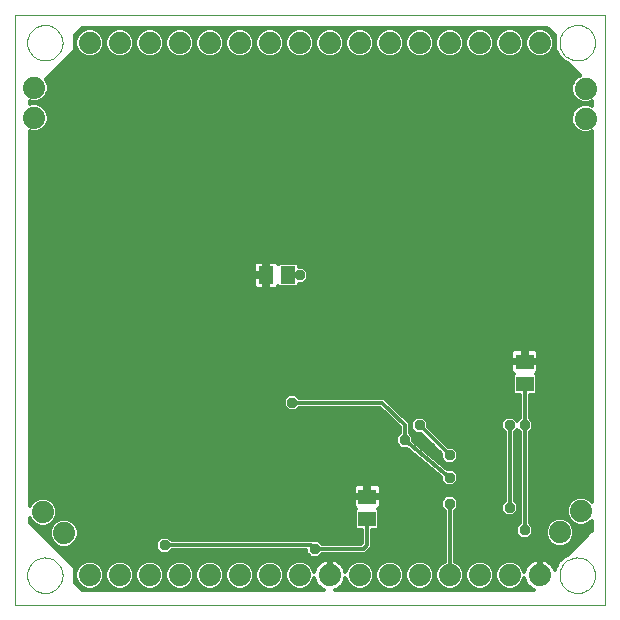
<source format=gbl>
G75*
%MOIN*%
%OFA0B0*%
%FSLAX24Y24*%
%IPPOS*%
%LPD*%
%AMOC8*
5,1,8,0,0,1.08239X$1,22.5*
%
%ADD10C,0.0000*%
%ADD11C,0.0740*%
%ADD12R,0.0591X0.0512*%
%ADD13R,0.0512X0.0591*%
%ADD14OC8,0.0356*%
%ADD15C,0.0120*%
%ADD16C,0.0100*%
D10*
X000100Y000100D02*
X000100Y019785D01*
X019785Y019785D01*
X019785Y000100D01*
X000100Y000100D01*
X000509Y001100D02*
X000511Y001148D01*
X000517Y001196D01*
X000527Y001243D01*
X000540Y001289D01*
X000558Y001334D01*
X000578Y001378D01*
X000603Y001420D01*
X000631Y001459D01*
X000661Y001496D01*
X000695Y001530D01*
X000732Y001562D01*
X000770Y001591D01*
X000811Y001616D01*
X000854Y001638D01*
X000899Y001656D01*
X000945Y001670D01*
X000992Y001681D01*
X001040Y001688D01*
X001088Y001691D01*
X001136Y001690D01*
X001184Y001685D01*
X001232Y001676D01*
X001278Y001664D01*
X001323Y001647D01*
X001367Y001627D01*
X001409Y001604D01*
X001449Y001577D01*
X001487Y001547D01*
X001522Y001514D01*
X001554Y001478D01*
X001584Y001440D01*
X001610Y001399D01*
X001632Y001356D01*
X001652Y001312D01*
X001667Y001267D01*
X001679Y001220D01*
X001687Y001172D01*
X001691Y001124D01*
X001691Y001076D01*
X001687Y001028D01*
X001679Y000980D01*
X001667Y000933D01*
X001652Y000888D01*
X001632Y000844D01*
X001610Y000801D01*
X001584Y000760D01*
X001554Y000722D01*
X001522Y000686D01*
X001487Y000653D01*
X001449Y000623D01*
X001409Y000596D01*
X001367Y000573D01*
X001323Y000553D01*
X001278Y000536D01*
X001232Y000524D01*
X001184Y000515D01*
X001136Y000510D01*
X001088Y000509D01*
X001040Y000512D01*
X000992Y000519D01*
X000945Y000530D01*
X000899Y000544D01*
X000854Y000562D01*
X000811Y000584D01*
X000770Y000609D01*
X000732Y000638D01*
X000695Y000670D01*
X000661Y000704D01*
X000631Y000741D01*
X000603Y000780D01*
X000578Y000822D01*
X000558Y000866D01*
X000540Y000911D01*
X000527Y000957D01*
X000517Y001004D01*
X000511Y001052D01*
X000509Y001100D01*
X000509Y018850D02*
X000511Y018898D01*
X000517Y018946D01*
X000527Y018993D01*
X000540Y019039D01*
X000558Y019084D01*
X000578Y019128D01*
X000603Y019170D01*
X000631Y019209D01*
X000661Y019246D01*
X000695Y019280D01*
X000732Y019312D01*
X000770Y019341D01*
X000811Y019366D01*
X000854Y019388D01*
X000899Y019406D01*
X000945Y019420D01*
X000992Y019431D01*
X001040Y019438D01*
X001088Y019441D01*
X001136Y019440D01*
X001184Y019435D01*
X001232Y019426D01*
X001278Y019414D01*
X001323Y019397D01*
X001367Y019377D01*
X001409Y019354D01*
X001449Y019327D01*
X001487Y019297D01*
X001522Y019264D01*
X001554Y019228D01*
X001584Y019190D01*
X001610Y019149D01*
X001632Y019106D01*
X001652Y019062D01*
X001667Y019017D01*
X001679Y018970D01*
X001687Y018922D01*
X001691Y018874D01*
X001691Y018826D01*
X001687Y018778D01*
X001679Y018730D01*
X001667Y018683D01*
X001652Y018638D01*
X001632Y018594D01*
X001610Y018551D01*
X001584Y018510D01*
X001554Y018472D01*
X001522Y018436D01*
X001487Y018403D01*
X001449Y018373D01*
X001409Y018346D01*
X001367Y018323D01*
X001323Y018303D01*
X001278Y018286D01*
X001232Y018274D01*
X001184Y018265D01*
X001136Y018260D01*
X001088Y018259D01*
X001040Y018262D01*
X000992Y018269D01*
X000945Y018280D01*
X000899Y018294D01*
X000854Y018312D01*
X000811Y018334D01*
X000770Y018359D01*
X000732Y018388D01*
X000695Y018420D01*
X000661Y018454D01*
X000631Y018491D01*
X000603Y018530D01*
X000578Y018572D01*
X000558Y018616D01*
X000540Y018661D01*
X000527Y018707D01*
X000517Y018754D01*
X000511Y018802D01*
X000509Y018850D01*
X018259Y018850D02*
X018261Y018898D01*
X018267Y018946D01*
X018277Y018993D01*
X018290Y019039D01*
X018308Y019084D01*
X018328Y019128D01*
X018353Y019170D01*
X018381Y019209D01*
X018411Y019246D01*
X018445Y019280D01*
X018482Y019312D01*
X018520Y019341D01*
X018561Y019366D01*
X018604Y019388D01*
X018649Y019406D01*
X018695Y019420D01*
X018742Y019431D01*
X018790Y019438D01*
X018838Y019441D01*
X018886Y019440D01*
X018934Y019435D01*
X018982Y019426D01*
X019028Y019414D01*
X019073Y019397D01*
X019117Y019377D01*
X019159Y019354D01*
X019199Y019327D01*
X019237Y019297D01*
X019272Y019264D01*
X019304Y019228D01*
X019334Y019190D01*
X019360Y019149D01*
X019382Y019106D01*
X019402Y019062D01*
X019417Y019017D01*
X019429Y018970D01*
X019437Y018922D01*
X019441Y018874D01*
X019441Y018826D01*
X019437Y018778D01*
X019429Y018730D01*
X019417Y018683D01*
X019402Y018638D01*
X019382Y018594D01*
X019360Y018551D01*
X019334Y018510D01*
X019304Y018472D01*
X019272Y018436D01*
X019237Y018403D01*
X019199Y018373D01*
X019159Y018346D01*
X019117Y018323D01*
X019073Y018303D01*
X019028Y018286D01*
X018982Y018274D01*
X018934Y018265D01*
X018886Y018260D01*
X018838Y018259D01*
X018790Y018262D01*
X018742Y018269D01*
X018695Y018280D01*
X018649Y018294D01*
X018604Y018312D01*
X018561Y018334D01*
X018520Y018359D01*
X018482Y018388D01*
X018445Y018420D01*
X018411Y018454D01*
X018381Y018491D01*
X018353Y018530D01*
X018328Y018572D01*
X018308Y018616D01*
X018290Y018661D01*
X018277Y018707D01*
X018267Y018754D01*
X018261Y018802D01*
X018259Y018850D01*
X018259Y001100D02*
X018261Y001148D01*
X018267Y001196D01*
X018277Y001243D01*
X018290Y001289D01*
X018308Y001334D01*
X018328Y001378D01*
X018353Y001420D01*
X018381Y001459D01*
X018411Y001496D01*
X018445Y001530D01*
X018482Y001562D01*
X018520Y001591D01*
X018561Y001616D01*
X018604Y001638D01*
X018649Y001656D01*
X018695Y001670D01*
X018742Y001681D01*
X018790Y001688D01*
X018838Y001691D01*
X018886Y001690D01*
X018934Y001685D01*
X018982Y001676D01*
X019028Y001664D01*
X019073Y001647D01*
X019117Y001627D01*
X019159Y001604D01*
X019199Y001577D01*
X019237Y001547D01*
X019272Y001514D01*
X019304Y001478D01*
X019334Y001440D01*
X019360Y001399D01*
X019382Y001356D01*
X019402Y001312D01*
X019417Y001267D01*
X019429Y001220D01*
X019437Y001172D01*
X019441Y001124D01*
X019441Y001076D01*
X019437Y001028D01*
X019429Y000980D01*
X019417Y000933D01*
X019402Y000888D01*
X019382Y000844D01*
X019360Y000801D01*
X019334Y000760D01*
X019304Y000722D01*
X019272Y000686D01*
X019237Y000653D01*
X019199Y000623D01*
X019159Y000596D01*
X019117Y000573D01*
X019073Y000553D01*
X019028Y000536D01*
X018982Y000524D01*
X018934Y000515D01*
X018886Y000510D01*
X018838Y000509D01*
X018790Y000512D01*
X018742Y000519D01*
X018695Y000530D01*
X018649Y000544D01*
X018604Y000562D01*
X018561Y000584D01*
X018520Y000609D01*
X018482Y000638D01*
X018445Y000670D01*
X018411Y000704D01*
X018381Y000741D01*
X018353Y000780D01*
X018328Y000822D01*
X018308Y000866D01*
X018290Y000911D01*
X018277Y000957D01*
X018267Y001004D01*
X018261Y001052D01*
X018259Y001100D01*
D11*
X017600Y001100D03*
X016600Y001100D03*
X015600Y001100D03*
X014600Y001100D03*
X013600Y001100D03*
X012600Y001100D03*
X011600Y001100D03*
X010600Y001100D03*
X009600Y001100D03*
X008600Y001100D03*
X007600Y001100D03*
X006600Y001100D03*
X005600Y001100D03*
X004600Y001100D03*
X003600Y001100D03*
X002600Y001100D03*
X001746Y002496D03*
X001039Y003204D03*
X000746Y016350D03*
X000746Y017350D03*
X002600Y018850D03*
X003600Y018850D03*
X004600Y018850D03*
X005600Y018850D03*
X006600Y018850D03*
X007600Y018850D03*
X008600Y018850D03*
X009600Y018850D03*
X010600Y018850D03*
X011600Y018850D03*
X012600Y018850D03*
X013600Y018850D03*
X014600Y018850D03*
X015600Y018850D03*
X016600Y018850D03*
X017600Y018850D03*
X019130Y017320D03*
X019130Y016320D03*
X018984Y003234D03*
X018277Y002527D03*
D12*
X017100Y007476D03*
X017100Y008224D03*
X011850Y003724D03*
X011850Y002976D03*
D13*
X009224Y011100D03*
X008476Y011100D03*
D14*
X009600Y011100D03*
X010475Y011350D03*
X009350Y006850D03*
X013100Y005600D03*
X013225Y004975D03*
X013600Y006100D03*
X014600Y005100D03*
X014600Y004350D03*
X014600Y003475D03*
X016600Y003350D03*
X017100Y002600D03*
X018600Y004850D03*
X017100Y006100D03*
X016600Y006100D03*
X010100Y001975D03*
X005100Y002100D03*
X003100Y005475D03*
X004725Y007100D03*
X002350Y015600D03*
D15*
X002600Y015600D01*
X001211Y016216D02*
X018654Y016216D01*
X018650Y016224D02*
X018723Y016048D01*
X018858Y015913D01*
X019035Y015840D01*
X019226Y015840D01*
X019350Y015891D01*
X019350Y003547D01*
X019256Y003641D01*
X019079Y003714D01*
X018888Y003714D01*
X018712Y003641D01*
X018577Y003506D01*
X018504Y003329D01*
X018504Y003138D01*
X018577Y002962D01*
X018712Y002827D01*
X018888Y002754D01*
X019079Y002754D01*
X019256Y002827D01*
X019350Y002921D01*
X019350Y002600D01*
X018530Y001780D01*
X018425Y001736D01*
X018214Y001525D01*
X018170Y001420D01*
X018100Y001350D01*
X018100Y001276D01*
X018091Y001303D01*
X018053Y001378D01*
X018004Y001445D01*
X017945Y001504D01*
X017878Y001553D01*
X017803Y001591D01*
X017724Y001617D01*
X017642Y001630D01*
X017640Y001630D01*
X017640Y001140D01*
X017560Y001140D01*
X017560Y001630D01*
X017558Y001630D01*
X017476Y001617D01*
X017397Y001591D01*
X017322Y001553D01*
X017255Y001504D01*
X017196Y001445D01*
X017147Y001378D01*
X017109Y001303D01*
X017083Y001224D01*
X017079Y001198D01*
X017007Y001372D01*
X016872Y001507D01*
X016695Y001580D01*
X016505Y001580D01*
X016328Y001507D01*
X016193Y001372D01*
X016120Y001195D01*
X016120Y001005D01*
X016193Y000828D01*
X016328Y000693D01*
X016505Y000620D01*
X016695Y000620D01*
X016872Y000693D01*
X017007Y000828D01*
X017079Y001002D01*
X017083Y000976D01*
X017109Y000897D01*
X017147Y000822D01*
X017196Y000755D01*
X017255Y000696D01*
X017322Y000647D01*
X017397Y000609D01*
X017424Y000600D01*
X010776Y000600D01*
X010803Y000609D01*
X010878Y000647D01*
X010945Y000696D01*
X011004Y000755D01*
X011053Y000822D01*
X011091Y000897D01*
X011117Y000976D01*
X011121Y001002D01*
X011193Y000828D01*
X011328Y000693D01*
X011505Y000620D01*
X011695Y000620D01*
X011872Y000693D01*
X012007Y000828D01*
X012080Y001005D01*
X012080Y001195D01*
X012007Y001372D01*
X011872Y001507D01*
X011695Y001580D01*
X011505Y001580D01*
X011328Y001507D01*
X011193Y001372D01*
X011121Y001198D01*
X011117Y001224D01*
X011091Y001303D01*
X011053Y001378D01*
X011004Y001445D01*
X010945Y001504D01*
X010878Y001553D01*
X010803Y001591D01*
X010724Y001617D01*
X010642Y001630D01*
X010640Y001630D01*
X010640Y001140D01*
X010560Y001140D01*
X010560Y001630D01*
X010558Y001630D01*
X010476Y001617D01*
X010397Y001591D01*
X010322Y001553D01*
X010255Y001504D01*
X010196Y001445D01*
X010147Y001378D01*
X010109Y001303D01*
X010083Y001224D01*
X010079Y001198D01*
X010007Y001372D01*
X009872Y001507D01*
X009695Y001580D01*
X009505Y001580D01*
X009328Y001507D01*
X009193Y001372D01*
X009120Y001195D01*
X009120Y001005D01*
X009193Y000828D01*
X009328Y000693D01*
X009505Y000620D01*
X009695Y000620D01*
X009872Y000693D01*
X010007Y000828D01*
X010079Y001002D01*
X010083Y000976D01*
X010109Y000897D01*
X010147Y000822D01*
X010196Y000755D01*
X010255Y000696D01*
X010322Y000647D01*
X010397Y000609D01*
X010424Y000600D01*
X002350Y000600D01*
X002100Y000850D01*
X002100Y001350D01*
X000600Y002850D01*
X000600Y003010D01*
X000632Y002932D01*
X000767Y002797D01*
X000944Y002724D01*
X001135Y002724D01*
X001311Y002797D01*
X001446Y002932D01*
X001519Y003108D01*
X001519Y003299D01*
X001446Y003475D01*
X001311Y003610D01*
X001135Y003684D01*
X000944Y003684D01*
X000767Y003610D01*
X000632Y003475D01*
X000600Y003397D01*
X000600Y015891D01*
X000651Y015870D01*
X000842Y015870D01*
X001018Y015943D01*
X001153Y016078D01*
X001226Y016255D01*
X001226Y016445D01*
X001153Y016622D01*
X001018Y016757D01*
X000842Y016830D01*
X000651Y016830D01*
X000600Y016809D01*
X000600Y016891D01*
X000651Y016870D01*
X000842Y016870D01*
X001018Y016943D01*
X001153Y017078D01*
X001226Y017255D01*
X001226Y017445D01*
X001153Y017622D01*
X001138Y017638D01*
X018770Y017638D01*
X018723Y017592D02*
X018650Y017415D01*
X018650Y017224D01*
X018723Y017048D01*
X018858Y016913D01*
X019035Y016840D01*
X019226Y016840D01*
X019350Y016891D01*
X019350Y016748D01*
X019226Y016800D01*
X019035Y016800D01*
X018858Y016727D01*
X018723Y016592D01*
X018650Y016415D01*
X018650Y016224D01*
X018650Y016335D02*
X001226Y016335D01*
X001223Y016453D02*
X018666Y016453D01*
X018715Y016572D02*
X001174Y016572D01*
X001085Y016690D02*
X018822Y016690D01*
X018844Y016927D02*
X000980Y016927D01*
X000894Y016809D02*
X019350Y016809D01*
X018726Y017046D02*
X001121Y017046D01*
X001189Y017164D02*
X018675Y017164D01*
X018650Y017283D02*
X001226Y017283D01*
X001226Y017401D02*
X018650Y017401D01*
X018694Y017520D02*
X001196Y017520D01*
X001138Y017638D02*
X002100Y018600D01*
X002100Y019100D01*
X002350Y019350D01*
X017850Y019350D01*
X018100Y019100D01*
X018100Y019001D01*
X018099Y018999D01*
X018099Y018701D01*
X018100Y018699D01*
X018100Y018600D01*
X018170Y018530D01*
X018214Y018425D01*
X018425Y018214D01*
X018530Y018170D01*
X018940Y017760D01*
X018858Y017727D01*
X018723Y017592D01*
X018931Y017757D02*
X001257Y017757D01*
X001375Y017875D02*
X018825Y017875D01*
X018706Y017994D02*
X001494Y017994D01*
X001612Y018112D02*
X018588Y018112D01*
X018408Y018231D02*
X001731Y018231D01*
X001849Y018349D02*
X018290Y018349D01*
X018196Y018468D02*
X017896Y018468D01*
X017872Y018443D02*
X018007Y018578D01*
X018080Y018755D01*
X018080Y018945D01*
X018007Y019122D01*
X017872Y019257D01*
X017695Y019330D01*
X017505Y019330D01*
X017328Y019257D01*
X017193Y019122D01*
X017120Y018945D01*
X017120Y018755D01*
X017193Y018578D01*
X017328Y018443D01*
X017505Y018370D01*
X017695Y018370D01*
X017872Y018443D01*
X018010Y018586D02*
X018114Y018586D01*
X018099Y018705D02*
X018059Y018705D01*
X018080Y018823D02*
X018099Y018823D01*
X018099Y018942D02*
X018080Y018942D01*
X018100Y019060D02*
X018033Y019060D01*
X018021Y019179D02*
X017950Y019179D01*
X017903Y019297D02*
X017775Y019297D01*
X017425Y019297D02*
X016775Y019297D01*
X016695Y019330D02*
X016872Y019257D01*
X017007Y019122D01*
X017080Y018945D01*
X017080Y018755D01*
X017007Y018578D01*
X016872Y018443D01*
X016695Y018370D01*
X016505Y018370D01*
X016328Y018443D01*
X016193Y018578D01*
X016120Y018755D01*
X016120Y018945D01*
X016193Y019122D01*
X016328Y019257D01*
X016505Y019330D01*
X016695Y019330D01*
X016425Y019297D02*
X015775Y019297D01*
X015695Y019330D02*
X015872Y019257D01*
X016007Y019122D01*
X016080Y018945D01*
X016080Y018755D01*
X016007Y018578D01*
X015872Y018443D01*
X015695Y018370D01*
X015505Y018370D01*
X015328Y018443D01*
X015193Y018578D01*
X015120Y018755D01*
X015120Y018945D01*
X015193Y019122D01*
X015328Y019257D01*
X015505Y019330D01*
X015695Y019330D01*
X015425Y019297D02*
X014775Y019297D01*
X014695Y019330D02*
X014872Y019257D01*
X015007Y019122D01*
X015080Y018945D01*
X015080Y018755D01*
X015007Y018578D01*
X014872Y018443D01*
X014695Y018370D01*
X014505Y018370D01*
X014328Y018443D01*
X014193Y018578D01*
X014120Y018755D01*
X014120Y018945D01*
X014193Y019122D01*
X014328Y019257D01*
X014505Y019330D01*
X014695Y019330D01*
X014425Y019297D02*
X013775Y019297D01*
X013695Y019330D02*
X013872Y019257D01*
X014007Y019122D01*
X014080Y018945D01*
X014080Y018755D01*
X014007Y018578D01*
X013872Y018443D01*
X013695Y018370D01*
X013505Y018370D01*
X013328Y018443D01*
X013193Y018578D01*
X013120Y018755D01*
X013120Y018945D01*
X013193Y019122D01*
X013328Y019257D01*
X013505Y019330D01*
X013695Y019330D01*
X013425Y019297D02*
X012775Y019297D01*
X012695Y019330D02*
X012872Y019257D01*
X013007Y019122D01*
X013080Y018945D01*
X013080Y018755D01*
X013007Y018578D01*
X012872Y018443D01*
X012695Y018370D01*
X012505Y018370D01*
X012328Y018443D01*
X012193Y018578D01*
X012120Y018755D01*
X012120Y018945D01*
X012193Y019122D01*
X012328Y019257D01*
X012505Y019330D01*
X012695Y019330D01*
X012425Y019297D02*
X011775Y019297D01*
X011695Y019330D02*
X011872Y019257D01*
X012007Y019122D01*
X012080Y018945D01*
X012080Y018755D01*
X012007Y018578D01*
X011872Y018443D01*
X011695Y018370D01*
X011505Y018370D01*
X011328Y018443D01*
X011193Y018578D01*
X011120Y018755D01*
X011120Y018945D01*
X011193Y019122D01*
X011328Y019257D01*
X011505Y019330D01*
X011695Y019330D01*
X011425Y019297D02*
X010775Y019297D01*
X010695Y019330D02*
X010872Y019257D01*
X011007Y019122D01*
X011080Y018945D01*
X011080Y018755D01*
X011007Y018578D01*
X010872Y018443D01*
X010695Y018370D01*
X010505Y018370D01*
X010328Y018443D01*
X010193Y018578D01*
X010120Y018755D01*
X010120Y018945D01*
X010193Y019122D01*
X010328Y019257D01*
X010505Y019330D01*
X010695Y019330D01*
X010425Y019297D02*
X009775Y019297D01*
X009695Y019330D02*
X009872Y019257D01*
X010007Y019122D01*
X010080Y018945D01*
X010080Y018755D01*
X010007Y018578D01*
X009872Y018443D01*
X009695Y018370D01*
X009505Y018370D01*
X009328Y018443D01*
X009193Y018578D01*
X009120Y018755D01*
X009120Y018945D01*
X009193Y019122D01*
X009328Y019257D01*
X009505Y019330D01*
X009695Y019330D01*
X009425Y019297D02*
X008775Y019297D01*
X008695Y019330D02*
X008872Y019257D01*
X009007Y019122D01*
X009080Y018945D01*
X009080Y018755D01*
X009007Y018578D01*
X008872Y018443D01*
X008695Y018370D01*
X008505Y018370D01*
X008328Y018443D01*
X008193Y018578D01*
X008120Y018755D01*
X008120Y018945D01*
X008193Y019122D01*
X008328Y019257D01*
X008505Y019330D01*
X008695Y019330D01*
X008425Y019297D02*
X007775Y019297D01*
X007695Y019330D02*
X007872Y019257D01*
X008007Y019122D01*
X008080Y018945D01*
X008080Y018755D01*
X008007Y018578D01*
X007872Y018443D01*
X007695Y018370D01*
X007505Y018370D01*
X007328Y018443D01*
X007193Y018578D01*
X007120Y018755D01*
X007120Y018945D01*
X007193Y019122D01*
X007328Y019257D01*
X007505Y019330D01*
X007695Y019330D01*
X007425Y019297D02*
X006775Y019297D01*
X006695Y019330D02*
X006872Y019257D01*
X007007Y019122D01*
X007080Y018945D01*
X007080Y018755D01*
X007007Y018578D01*
X006872Y018443D01*
X006695Y018370D01*
X006505Y018370D01*
X006328Y018443D01*
X006193Y018578D01*
X006120Y018755D01*
X006120Y018945D01*
X006193Y019122D01*
X006328Y019257D01*
X006505Y019330D01*
X006695Y019330D01*
X006425Y019297D02*
X005775Y019297D01*
X005695Y019330D02*
X005872Y019257D01*
X006007Y019122D01*
X006080Y018945D01*
X006080Y018755D01*
X006007Y018578D01*
X005872Y018443D01*
X005695Y018370D01*
X005505Y018370D01*
X005328Y018443D01*
X005193Y018578D01*
X005120Y018755D01*
X005120Y018945D01*
X005193Y019122D01*
X005328Y019257D01*
X005505Y019330D01*
X005695Y019330D01*
X005425Y019297D02*
X004775Y019297D01*
X004695Y019330D02*
X004872Y019257D01*
X005007Y019122D01*
X005080Y018945D01*
X005080Y018755D01*
X005007Y018578D01*
X004872Y018443D01*
X004695Y018370D01*
X004505Y018370D01*
X004328Y018443D01*
X004193Y018578D01*
X004120Y018755D01*
X004120Y018945D01*
X004193Y019122D01*
X004328Y019257D01*
X004505Y019330D01*
X004695Y019330D01*
X004425Y019297D02*
X003775Y019297D01*
X003695Y019330D02*
X003505Y019330D01*
X003328Y019257D01*
X003193Y019122D01*
X003120Y018945D01*
X003120Y018755D01*
X003193Y018578D01*
X003328Y018443D01*
X003505Y018370D01*
X003695Y018370D01*
X003872Y018443D01*
X004007Y018578D01*
X004080Y018755D01*
X004080Y018945D01*
X004007Y019122D01*
X003872Y019257D01*
X003695Y019330D01*
X003425Y019297D02*
X002775Y019297D01*
X002695Y019330D02*
X002505Y019330D01*
X002328Y019257D01*
X002193Y019122D01*
X002120Y018945D01*
X002120Y018755D01*
X002193Y018578D01*
X002328Y018443D01*
X002505Y018370D01*
X002695Y018370D01*
X002872Y018443D01*
X003007Y018578D01*
X003080Y018755D01*
X003080Y018945D01*
X003007Y019122D01*
X002872Y019257D01*
X002695Y019330D01*
X002425Y019297D02*
X002297Y019297D01*
X002250Y019179D02*
X002179Y019179D01*
X002167Y019060D02*
X002100Y019060D01*
X002100Y018942D02*
X002120Y018942D01*
X002120Y018823D02*
X002100Y018823D01*
X002100Y018705D02*
X002141Y018705D01*
X002190Y018586D02*
X002086Y018586D01*
X001968Y018468D02*
X002304Y018468D01*
X002896Y018468D02*
X003304Y018468D01*
X003190Y018586D02*
X003010Y018586D01*
X003059Y018705D02*
X003141Y018705D01*
X003120Y018823D02*
X003080Y018823D01*
X003080Y018942D02*
X003120Y018942D01*
X003167Y019060D02*
X003033Y019060D01*
X002950Y019179D02*
X003250Y019179D01*
X003950Y019179D02*
X004250Y019179D01*
X004167Y019060D02*
X004033Y019060D01*
X004080Y018942D02*
X004120Y018942D01*
X004120Y018823D02*
X004080Y018823D01*
X004059Y018705D02*
X004141Y018705D01*
X004190Y018586D02*
X004010Y018586D01*
X003896Y018468D02*
X004304Y018468D01*
X004896Y018468D02*
X005304Y018468D01*
X005190Y018586D02*
X005010Y018586D01*
X005059Y018705D02*
X005141Y018705D01*
X005120Y018823D02*
X005080Y018823D01*
X005080Y018942D02*
X005120Y018942D01*
X005167Y019060D02*
X005033Y019060D01*
X004950Y019179D02*
X005250Y019179D01*
X005950Y019179D02*
X006250Y019179D01*
X006167Y019060D02*
X006033Y019060D01*
X006080Y018942D02*
X006120Y018942D01*
X006120Y018823D02*
X006080Y018823D01*
X006059Y018705D02*
X006141Y018705D01*
X006190Y018586D02*
X006010Y018586D01*
X005896Y018468D02*
X006304Y018468D01*
X006896Y018468D02*
X007304Y018468D01*
X007190Y018586D02*
X007010Y018586D01*
X007059Y018705D02*
X007141Y018705D01*
X007120Y018823D02*
X007080Y018823D01*
X007080Y018942D02*
X007120Y018942D01*
X007167Y019060D02*
X007033Y019060D01*
X006950Y019179D02*
X007250Y019179D01*
X007950Y019179D02*
X008250Y019179D01*
X008167Y019060D02*
X008033Y019060D01*
X008080Y018942D02*
X008120Y018942D01*
X008120Y018823D02*
X008080Y018823D01*
X008059Y018705D02*
X008141Y018705D01*
X008190Y018586D02*
X008010Y018586D01*
X007896Y018468D02*
X008304Y018468D01*
X008896Y018468D02*
X009304Y018468D01*
X009190Y018586D02*
X009010Y018586D01*
X009059Y018705D02*
X009141Y018705D01*
X009120Y018823D02*
X009080Y018823D01*
X009080Y018942D02*
X009120Y018942D01*
X009167Y019060D02*
X009033Y019060D01*
X008950Y019179D02*
X009250Y019179D01*
X009950Y019179D02*
X010250Y019179D01*
X010167Y019060D02*
X010033Y019060D01*
X010080Y018942D02*
X010120Y018942D01*
X010120Y018823D02*
X010080Y018823D01*
X010059Y018705D02*
X010141Y018705D01*
X010190Y018586D02*
X010010Y018586D01*
X009896Y018468D02*
X010304Y018468D01*
X010896Y018468D02*
X011304Y018468D01*
X011190Y018586D02*
X011010Y018586D01*
X011059Y018705D02*
X011141Y018705D01*
X011120Y018823D02*
X011080Y018823D01*
X011080Y018942D02*
X011120Y018942D01*
X011167Y019060D02*
X011033Y019060D01*
X010950Y019179D02*
X011250Y019179D01*
X011950Y019179D02*
X012250Y019179D01*
X012167Y019060D02*
X012033Y019060D01*
X012080Y018942D02*
X012120Y018942D01*
X012120Y018823D02*
X012080Y018823D01*
X012059Y018705D02*
X012141Y018705D01*
X012190Y018586D02*
X012010Y018586D01*
X011896Y018468D02*
X012304Y018468D01*
X012896Y018468D02*
X013304Y018468D01*
X013190Y018586D02*
X013010Y018586D01*
X013059Y018705D02*
X013141Y018705D01*
X013120Y018823D02*
X013080Y018823D01*
X013080Y018942D02*
X013120Y018942D01*
X013167Y019060D02*
X013033Y019060D01*
X012950Y019179D02*
X013250Y019179D01*
X013950Y019179D02*
X014250Y019179D01*
X014167Y019060D02*
X014033Y019060D01*
X014080Y018942D02*
X014120Y018942D01*
X014120Y018823D02*
X014080Y018823D01*
X014059Y018705D02*
X014141Y018705D01*
X014190Y018586D02*
X014010Y018586D01*
X013896Y018468D02*
X014304Y018468D01*
X014896Y018468D02*
X015304Y018468D01*
X015190Y018586D02*
X015010Y018586D01*
X015059Y018705D02*
X015141Y018705D01*
X015120Y018823D02*
X015080Y018823D01*
X015080Y018942D02*
X015120Y018942D01*
X015167Y019060D02*
X015033Y019060D01*
X014950Y019179D02*
X015250Y019179D01*
X015950Y019179D02*
X016250Y019179D01*
X016167Y019060D02*
X016033Y019060D01*
X016080Y018942D02*
X016120Y018942D01*
X016120Y018823D02*
X016080Y018823D01*
X016059Y018705D02*
X016141Y018705D01*
X016190Y018586D02*
X016010Y018586D01*
X015896Y018468D02*
X016304Y018468D01*
X016896Y018468D02*
X017304Y018468D01*
X017190Y018586D02*
X017010Y018586D01*
X017059Y018705D02*
X017141Y018705D01*
X017120Y018823D02*
X017080Y018823D01*
X017080Y018942D02*
X017120Y018942D01*
X017167Y019060D02*
X017033Y019060D01*
X016950Y019179D02*
X017250Y019179D01*
X018703Y016098D02*
X001161Y016098D01*
X001054Y015979D02*
X018792Y015979D01*
X018984Y015861D02*
X000600Y015861D01*
X000600Y015742D02*
X019350Y015742D01*
X019350Y015624D02*
X000600Y015624D01*
X000600Y015505D02*
X019350Y015505D01*
X019350Y015387D02*
X000600Y015387D01*
X000600Y015268D02*
X019350Y015268D01*
X019350Y015150D02*
X000600Y015150D01*
X000600Y015031D02*
X019350Y015031D01*
X019350Y014913D02*
X000600Y014913D01*
X000600Y014794D02*
X019350Y014794D01*
X019350Y014676D02*
X000600Y014676D01*
X000600Y014557D02*
X019350Y014557D01*
X019350Y014439D02*
X000600Y014439D01*
X000600Y014320D02*
X019350Y014320D01*
X019350Y014202D02*
X000600Y014202D01*
X000600Y014083D02*
X019350Y014083D01*
X019350Y013965D02*
X000600Y013965D01*
X000600Y013846D02*
X019350Y013846D01*
X019350Y013728D02*
X000600Y013728D01*
X000600Y013609D02*
X019350Y013609D01*
X019350Y013491D02*
X000600Y013491D01*
X000600Y013372D02*
X019350Y013372D01*
X019350Y013254D02*
X000600Y013254D01*
X000600Y013135D02*
X019350Y013135D01*
X019350Y013017D02*
X000600Y013017D01*
X000600Y012898D02*
X019350Y012898D01*
X019350Y012780D02*
X000600Y012780D01*
X000600Y012661D02*
X019350Y012661D01*
X019350Y012543D02*
X000600Y012543D01*
X000600Y012424D02*
X019350Y012424D01*
X019350Y012306D02*
X000600Y012306D01*
X000600Y012187D02*
X019350Y012187D01*
X019350Y012069D02*
X000600Y012069D01*
X000600Y011950D02*
X019350Y011950D01*
X019350Y011832D02*
X000600Y011832D01*
X000600Y011713D02*
X019350Y011713D01*
X019350Y011595D02*
X000600Y011595D01*
X000600Y011476D02*
X008082Y011476D01*
X008092Y011494D02*
X008071Y011457D01*
X008060Y011416D01*
X008060Y011160D01*
X008416Y011160D01*
X008416Y011555D01*
X008199Y011555D01*
X008158Y011544D01*
X008122Y011523D01*
X008092Y011494D01*
X008060Y011358D02*
X000600Y011358D01*
X000600Y011239D02*
X008060Y011239D01*
X008060Y011040D02*
X008060Y010784D01*
X008071Y010743D01*
X008092Y010706D01*
X008122Y010677D01*
X008158Y010656D01*
X008199Y010645D01*
X008416Y010645D01*
X008416Y011040D01*
X008536Y011040D01*
X008536Y010645D01*
X008753Y010645D01*
X008794Y010656D01*
X008830Y010677D01*
X008860Y010706D01*
X008879Y010739D01*
X008923Y010695D01*
X009525Y010695D01*
X009590Y010759D01*
X009590Y010812D01*
X009719Y010812D01*
X009888Y010981D01*
X009888Y011219D01*
X009719Y011388D01*
X009590Y011388D01*
X009590Y011441D01*
X009525Y011505D01*
X008923Y011505D01*
X008879Y011461D01*
X008860Y011494D01*
X008830Y011523D01*
X008794Y011544D01*
X008753Y011555D01*
X008536Y011555D01*
X008536Y011160D01*
X008416Y011160D01*
X008416Y011040D01*
X008060Y011040D01*
X008060Y011002D02*
X000600Y011002D01*
X000600Y010884D02*
X008060Y010884D01*
X008065Y010765D02*
X000600Y010765D01*
X000600Y010647D02*
X008192Y010647D01*
X008416Y010647D02*
X008536Y010647D01*
X008536Y010765D02*
X008416Y010765D01*
X008416Y010884D02*
X008536Y010884D01*
X008536Y011002D02*
X008416Y011002D01*
X008416Y011121D02*
X000600Y011121D01*
X000600Y010528D02*
X019350Y010528D01*
X019350Y010410D02*
X000600Y010410D01*
X000600Y010291D02*
X019350Y010291D01*
X019350Y010173D02*
X000600Y010173D01*
X000600Y010054D02*
X019350Y010054D01*
X019350Y009936D02*
X000600Y009936D01*
X000600Y009817D02*
X019350Y009817D01*
X019350Y009699D02*
X000600Y009699D01*
X000600Y009580D02*
X019350Y009580D01*
X019350Y009462D02*
X000600Y009462D01*
X000600Y009343D02*
X019350Y009343D01*
X019350Y009225D02*
X000600Y009225D01*
X000600Y009106D02*
X019350Y009106D01*
X019350Y008988D02*
X000600Y008988D01*
X000600Y008869D02*
X019350Y008869D01*
X019350Y008751D02*
X000600Y008751D01*
X000600Y008632D02*
X016754Y008632D01*
X016743Y008629D02*
X016706Y008608D01*
X016677Y008578D01*
X016656Y008542D01*
X016645Y008501D01*
X016645Y008284D01*
X017040Y008284D01*
X017040Y008164D01*
X016645Y008164D01*
X016645Y007947D01*
X016656Y007906D01*
X016677Y007870D01*
X016706Y007840D01*
X016739Y007821D01*
X016695Y007777D01*
X016695Y007175D01*
X016759Y007110D01*
X016930Y007110D01*
X016930Y006337D01*
X016850Y006257D01*
X016719Y006388D01*
X016481Y006388D01*
X016312Y006219D01*
X016312Y005981D01*
X016430Y005863D01*
X016430Y003587D01*
X016312Y003469D01*
X016312Y003231D01*
X016481Y003062D01*
X016719Y003062D01*
X016888Y003231D01*
X016888Y003469D01*
X016770Y003587D01*
X016770Y005863D01*
X016850Y005943D01*
X016930Y005863D01*
X016930Y002837D01*
X016812Y002719D01*
X016812Y002481D01*
X016981Y002312D01*
X017219Y002312D01*
X017388Y002481D01*
X017388Y002719D01*
X017270Y002837D01*
X017270Y005863D01*
X017388Y005981D01*
X017388Y006219D01*
X017270Y006337D01*
X017270Y007110D01*
X017441Y007110D01*
X017505Y007175D01*
X017505Y007777D01*
X017461Y007821D01*
X017494Y007840D01*
X017523Y007870D01*
X017544Y007906D01*
X017555Y007947D01*
X017555Y008164D01*
X017160Y008164D01*
X017160Y008284D01*
X017555Y008284D01*
X017555Y008501D01*
X017544Y008542D01*
X017523Y008578D01*
X017494Y008608D01*
X017457Y008629D01*
X017416Y008640D01*
X017160Y008640D01*
X017160Y008284D01*
X017040Y008284D01*
X017040Y008640D01*
X016784Y008640D01*
X016743Y008629D01*
X016648Y008514D02*
X000600Y008514D01*
X000600Y008395D02*
X016645Y008395D01*
X016645Y008158D02*
X000600Y008158D01*
X000600Y008040D02*
X016645Y008040D01*
X016652Y007921D02*
X000600Y007921D01*
X000600Y007803D02*
X016720Y007803D01*
X016695Y007684D02*
X000600Y007684D01*
X000600Y007566D02*
X016695Y007566D01*
X016695Y007447D02*
X000600Y007447D01*
X000600Y007329D02*
X016695Y007329D01*
X016695Y007210D02*
X000600Y007210D01*
X000600Y007092D02*
X009184Y007092D01*
X009231Y007138D02*
X009062Y006969D01*
X009062Y006731D01*
X009231Y006562D01*
X009469Y006562D01*
X009587Y006680D01*
X012280Y006680D01*
X012930Y006030D01*
X012930Y005837D01*
X012812Y005719D01*
X012812Y005481D01*
X012981Y005312D01*
X013180Y005312D01*
X014312Y004369D01*
X014312Y004231D01*
X014481Y004062D01*
X014719Y004062D01*
X014888Y004231D01*
X014888Y004469D01*
X014719Y004638D01*
X014520Y004638D01*
X013388Y005581D01*
X013388Y005719D01*
X013270Y005837D01*
X013270Y006170D01*
X013170Y006270D01*
X012420Y007020D01*
X009587Y007020D01*
X009469Y007138D01*
X009231Y007138D01*
X009066Y006973D02*
X000600Y006973D01*
X000600Y006855D02*
X009062Y006855D01*
X009062Y006736D02*
X000600Y006736D01*
X000600Y006618D02*
X009175Y006618D01*
X009350Y006850D02*
X012350Y006850D01*
X013100Y006100D01*
X013100Y005600D01*
X014600Y004350D01*
X014888Y004366D02*
X016430Y004366D01*
X016430Y004248D02*
X014888Y004248D01*
X014786Y004129D02*
X016430Y004129D01*
X016430Y004011D02*
X012303Y004011D01*
X012305Y004001D02*
X012294Y004042D01*
X012273Y004078D01*
X012244Y004108D01*
X012207Y004129D01*
X012166Y004140D01*
X011910Y004140D01*
X011910Y003784D01*
X012305Y003784D01*
X012305Y004001D01*
X012305Y003892D02*
X016430Y003892D01*
X016430Y003774D02*
X011910Y003774D01*
X011910Y003784D02*
X011910Y003664D01*
X012305Y003664D01*
X012305Y003447D01*
X012294Y003406D01*
X012273Y003370D01*
X012244Y003340D01*
X012211Y003321D01*
X012255Y003277D01*
X012255Y002675D01*
X012191Y002610D01*
X012020Y002610D01*
X012020Y002030D01*
X011920Y001930D01*
X011795Y001805D01*
X010337Y001805D01*
X010219Y001687D01*
X009981Y001687D01*
X009812Y001856D01*
X009812Y001930D01*
X005337Y001930D01*
X005219Y001812D01*
X004981Y001812D01*
X004812Y001981D01*
X004812Y002219D01*
X004981Y002388D01*
X005219Y002388D01*
X005337Y002270D01*
X010045Y002270D01*
X010052Y002263D01*
X010219Y002263D01*
X010337Y002145D01*
X011655Y002145D01*
X011680Y002170D01*
X011680Y002610D01*
X011509Y002610D01*
X011445Y002675D01*
X011445Y003277D01*
X011489Y003321D01*
X011456Y003340D01*
X011427Y003370D01*
X011406Y003406D01*
X011395Y003447D01*
X011395Y003664D01*
X011790Y003664D01*
X011790Y003784D01*
X011395Y003784D01*
X011395Y004001D01*
X011406Y004042D01*
X011427Y004078D01*
X011456Y004108D01*
X011493Y004129D01*
X011534Y004140D01*
X011790Y004140D01*
X011790Y003784D01*
X011910Y003784D01*
X011910Y003892D02*
X011790Y003892D01*
X011790Y003774D02*
X000600Y003774D01*
X000600Y003892D02*
X011395Y003892D01*
X011397Y004011D02*
X000600Y004011D01*
X000600Y004129D02*
X011493Y004129D01*
X011790Y004129D02*
X011910Y004129D01*
X011910Y004011D02*
X011790Y004011D01*
X012207Y004129D02*
X014414Y004129D01*
X014312Y004248D02*
X000600Y004248D01*
X000600Y004366D02*
X014312Y004366D01*
X014173Y004485D02*
X000600Y004485D01*
X000600Y004603D02*
X014031Y004603D01*
X013889Y004722D02*
X000600Y004722D01*
X000600Y004840D02*
X013746Y004840D01*
X013604Y004959D02*
X000600Y004959D01*
X000600Y005077D02*
X013462Y005077D01*
X013320Y005196D02*
X000600Y005196D01*
X000600Y005314D02*
X012979Y005314D01*
X012860Y005433D02*
X000600Y005433D01*
X000600Y005551D02*
X012812Y005551D01*
X012812Y005670D02*
X000600Y005670D01*
X000600Y005788D02*
X012881Y005788D01*
X012930Y005907D02*
X000600Y005907D01*
X000600Y006025D02*
X012930Y006025D01*
X012816Y006144D02*
X000600Y006144D01*
X000600Y006262D02*
X012698Y006262D01*
X012579Y006381D02*
X000600Y006381D01*
X000600Y006499D02*
X012461Y006499D01*
X012342Y006618D02*
X009525Y006618D01*
X009516Y007092D02*
X016930Y007092D01*
X016930Y006973D02*
X012467Y006973D01*
X012586Y006855D02*
X016930Y006855D01*
X016930Y006736D02*
X012704Y006736D01*
X012823Y006618D02*
X016930Y006618D01*
X016930Y006499D02*
X012941Y006499D01*
X013060Y006381D02*
X013473Y006381D01*
X013481Y006388D02*
X013312Y006219D01*
X013312Y005981D01*
X013481Y005812D01*
X013648Y005812D01*
X014312Y005148D01*
X014312Y004981D01*
X014481Y004812D01*
X014719Y004812D01*
X014888Y004981D01*
X014888Y005219D01*
X014719Y005388D01*
X014552Y005388D01*
X013888Y006052D01*
X013888Y006219D01*
X013719Y006388D01*
X013481Y006388D01*
X013355Y006262D02*
X013178Y006262D01*
X013270Y006144D02*
X013312Y006144D01*
X013312Y006025D02*
X013270Y006025D01*
X013270Y005907D02*
X013386Y005907D01*
X013319Y005788D02*
X013672Y005788D01*
X013790Y005670D02*
X013388Y005670D01*
X013424Y005551D02*
X013909Y005551D01*
X014027Y005433D02*
X013567Y005433D01*
X013709Y005314D02*
X014146Y005314D01*
X014264Y005196D02*
X013851Y005196D01*
X013993Y005077D02*
X014312Y005077D01*
X014334Y004959D02*
X014135Y004959D01*
X014278Y004840D02*
X014453Y004840D01*
X014420Y004722D02*
X016430Y004722D01*
X016430Y004840D02*
X014747Y004840D01*
X014866Y004959D02*
X016430Y004959D01*
X016430Y005077D02*
X014888Y005077D01*
X014888Y005196D02*
X016430Y005196D01*
X016430Y005314D02*
X014793Y005314D01*
X014600Y005100D02*
X013600Y006100D01*
X013888Y006144D02*
X016312Y006144D01*
X016312Y006025D02*
X013915Y006025D01*
X014034Y005907D02*
X016386Y005907D01*
X016430Y005788D02*
X014152Y005788D01*
X014271Y005670D02*
X016430Y005670D01*
X016430Y005551D02*
X014389Y005551D01*
X014508Y005433D02*
X016430Y005433D01*
X016770Y005433D02*
X016930Y005433D01*
X016930Y005551D02*
X016770Y005551D01*
X016770Y005670D02*
X016930Y005670D01*
X016930Y005788D02*
X016770Y005788D01*
X016814Y005907D02*
X016886Y005907D01*
X017100Y006100D02*
X017100Y007476D01*
X017270Y007092D02*
X019350Y007092D01*
X019350Y007210D02*
X017505Y007210D01*
X017505Y007329D02*
X019350Y007329D01*
X019350Y007447D02*
X017505Y007447D01*
X017505Y007566D02*
X019350Y007566D01*
X019350Y007684D02*
X017505Y007684D01*
X017480Y007803D02*
X019350Y007803D01*
X019350Y007921D02*
X017548Y007921D01*
X017555Y008040D02*
X019350Y008040D01*
X019350Y008158D02*
X017555Y008158D01*
X017555Y008395D02*
X019350Y008395D01*
X019350Y008277D02*
X017160Y008277D01*
X017160Y008395D02*
X017040Y008395D01*
X017040Y008277D02*
X000600Y008277D01*
X000600Y003655D02*
X000875Y003655D01*
X000693Y003537D02*
X000600Y003537D01*
X000600Y003418D02*
X000609Y003418D01*
X000600Y002944D02*
X000627Y002944D01*
X000624Y002826D02*
X000739Y002826D01*
X000743Y002707D02*
X001314Y002707D01*
X001340Y002768D02*
X001266Y002592D01*
X001266Y002401D01*
X001340Y002225D01*
X001475Y002090D01*
X001651Y002016D01*
X001842Y002016D01*
X002018Y002090D01*
X002153Y002225D01*
X002226Y002401D01*
X002226Y002592D01*
X002153Y002768D01*
X002018Y002903D01*
X001842Y002976D01*
X001651Y002976D01*
X001475Y002903D01*
X001340Y002768D01*
X001340Y002826D02*
X001397Y002826D01*
X001451Y002944D02*
X001573Y002944D01*
X001500Y003063D02*
X011445Y003063D01*
X011445Y003181D02*
X001519Y003181D01*
X001519Y003300D02*
X011467Y003300D01*
X011403Y003418D02*
X001470Y003418D01*
X001385Y003537D02*
X011395Y003537D01*
X011395Y003655D02*
X001204Y003655D01*
X001920Y002944D02*
X011445Y002944D01*
X011445Y002826D02*
X002096Y002826D01*
X002179Y002707D02*
X011445Y002707D01*
X011680Y002589D02*
X002226Y002589D01*
X002226Y002470D02*
X011680Y002470D01*
X011680Y002352D02*
X005256Y002352D01*
X005100Y002100D02*
X009975Y002100D01*
X010100Y001975D01*
X011725Y001975D01*
X011850Y002100D01*
X011850Y002976D01*
X012020Y002589D02*
X014430Y002589D01*
X014430Y002707D02*
X012255Y002707D01*
X012255Y002826D02*
X014430Y002826D01*
X014430Y002944D02*
X012255Y002944D01*
X012255Y003063D02*
X014430Y003063D01*
X014430Y003181D02*
X012255Y003181D01*
X012233Y003300D02*
X014368Y003300D01*
X014312Y003356D02*
X014430Y003238D01*
X014430Y001549D01*
X014328Y001507D01*
X014193Y001372D01*
X014120Y001195D01*
X014120Y001005D01*
X014193Y000828D01*
X014328Y000693D01*
X014505Y000620D01*
X014695Y000620D01*
X014872Y000693D01*
X015007Y000828D01*
X015080Y001005D01*
X015080Y001195D01*
X015007Y001372D01*
X014872Y001507D01*
X014770Y001549D01*
X014770Y003238D01*
X014888Y003356D01*
X014888Y003594D01*
X014719Y003763D01*
X014481Y003763D01*
X014312Y003594D01*
X014312Y003356D01*
X014312Y003418D02*
X012297Y003418D01*
X012305Y003537D02*
X014312Y003537D01*
X014373Y003655D02*
X012305Y003655D01*
X012020Y002470D02*
X014430Y002470D01*
X014430Y002352D02*
X012020Y002352D01*
X012020Y002233D02*
X014430Y002233D01*
X014430Y002115D02*
X012020Y002115D01*
X011986Y001996D02*
X014430Y001996D01*
X014430Y001878D02*
X011868Y001878D01*
X011835Y001522D02*
X012365Y001522D01*
X012328Y001507D02*
X012505Y001580D01*
X012695Y001580D01*
X012872Y001507D01*
X013007Y001372D01*
X013080Y001195D01*
X013080Y001005D01*
X013007Y000828D01*
X012872Y000693D01*
X012695Y000620D01*
X012505Y000620D01*
X012328Y000693D01*
X012193Y000828D01*
X012120Y001005D01*
X012120Y001195D01*
X012193Y001372D01*
X012328Y001507D01*
X012225Y001404D02*
X011975Y001404D01*
X012043Y001285D02*
X012157Y001285D01*
X012120Y001167D02*
X012080Y001167D01*
X012080Y001048D02*
X012120Y001048D01*
X012151Y000930D02*
X012049Y000930D01*
X011990Y000811D02*
X012210Y000811D01*
X012329Y000693D02*
X011871Y000693D01*
X011329Y000693D02*
X010941Y000693D01*
X011045Y000811D02*
X011210Y000811D01*
X011151Y000930D02*
X011102Y000930D01*
X011097Y001285D02*
X011157Y001285D01*
X011225Y001404D02*
X011035Y001404D01*
X010921Y001522D02*
X011365Y001522D01*
X010640Y001522D02*
X010560Y001522D01*
X010560Y001404D02*
X010640Y001404D01*
X010640Y001285D02*
X010560Y001285D01*
X010560Y001167D02*
X010640Y001167D01*
X010279Y001522D02*
X009835Y001522D01*
X009975Y001404D02*
X010165Y001404D01*
X010103Y001285D02*
X010043Y001285D01*
X010049Y000930D02*
X010098Y000930D01*
X010155Y000811D02*
X009990Y000811D01*
X009871Y000693D02*
X010259Y000693D01*
X009365Y001522D02*
X008835Y001522D01*
X008872Y001507D02*
X008695Y001580D01*
X008505Y001580D01*
X008328Y001507D01*
X008193Y001372D01*
X008120Y001195D01*
X008120Y001005D01*
X008193Y000828D01*
X008328Y000693D01*
X008505Y000620D01*
X008695Y000620D01*
X008872Y000693D01*
X009007Y000828D01*
X009080Y001005D01*
X009080Y001195D01*
X009007Y001372D01*
X008872Y001507D01*
X008975Y001404D02*
X009225Y001404D01*
X009157Y001285D02*
X009043Y001285D01*
X009080Y001167D02*
X009120Y001167D01*
X009120Y001048D02*
X009080Y001048D01*
X009049Y000930D02*
X009151Y000930D01*
X009210Y000811D02*
X008990Y000811D01*
X008871Y000693D02*
X009329Y000693D01*
X008365Y001522D02*
X007835Y001522D01*
X007872Y001507D02*
X007695Y001580D01*
X007505Y001580D01*
X007328Y001507D01*
X007193Y001372D01*
X007120Y001195D01*
X007120Y001005D01*
X007193Y000828D01*
X007328Y000693D01*
X007505Y000620D01*
X007695Y000620D01*
X007872Y000693D01*
X008007Y000828D01*
X008080Y001005D01*
X008080Y001195D01*
X008007Y001372D01*
X007872Y001507D01*
X007975Y001404D02*
X008225Y001404D01*
X008157Y001285D02*
X008043Y001285D01*
X008080Y001167D02*
X008120Y001167D01*
X008120Y001048D02*
X008080Y001048D01*
X008049Y000930D02*
X008151Y000930D01*
X008210Y000811D02*
X007990Y000811D01*
X007871Y000693D02*
X008329Y000693D01*
X007365Y001522D02*
X006835Y001522D01*
X006872Y001507D02*
X006695Y001580D01*
X006505Y001580D01*
X006328Y001507D01*
X006193Y001372D01*
X006120Y001195D01*
X006120Y001005D01*
X006193Y000828D01*
X006328Y000693D01*
X006505Y000620D01*
X006695Y000620D01*
X006872Y000693D01*
X007007Y000828D01*
X007080Y001005D01*
X007080Y001195D01*
X007007Y001372D01*
X006872Y001507D01*
X006975Y001404D02*
X007225Y001404D01*
X007157Y001285D02*
X007043Y001285D01*
X007080Y001167D02*
X007120Y001167D01*
X007120Y001048D02*
X007080Y001048D01*
X007049Y000930D02*
X007151Y000930D01*
X007210Y000811D02*
X006990Y000811D01*
X006871Y000693D02*
X007329Y000693D01*
X006365Y001522D02*
X005835Y001522D01*
X005872Y001507D02*
X005695Y001580D01*
X005505Y001580D01*
X005328Y001507D01*
X005193Y001372D01*
X005120Y001195D01*
X005120Y001005D01*
X005193Y000828D01*
X005328Y000693D01*
X005505Y000620D01*
X005695Y000620D01*
X005872Y000693D01*
X006007Y000828D01*
X006080Y001005D01*
X006080Y001195D01*
X006007Y001372D01*
X005872Y001507D01*
X005975Y001404D02*
X006225Y001404D01*
X006157Y001285D02*
X006043Y001285D01*
X006080Y001167D02*
X006120Y001167D01*
X006120Y001048D02*
X006080Y001048D01*
X006049Y000930D02*
X006151Y000930D01*
X006210Y000811D02*
X005990Y000811D01*
X005871Y000693D02*
X006329Y000693D01*
X005329Y000693D02*
X004871Y000693D01*
X004872Y000693D02*
X005007Y000828D01*
X005080Y001005D01*
X005080Y001195D01*
X005007Y001372D01*
X004872Y001507D01*
X004695Y001580D01*
X004505Y001580D01*
X004328Y001507D01*
X004193Y001372D01*
X004120Y001195D01*
X004120Y001005D01*
X004193Y000828D01*
X004328Y000693D01*
X004505Y000620D01*
X004695Y000620D01*
X004872Y000693D01*
X004990Y000811D02*
X005210Y000811D01*
X005151Y000930D02*
X005049Y000930D01*
X005080Y001048D02*
X005120Y001048D01*
X005120Y001167D02*
X005080Y001167D01*
X005043Y001285D02*
X005157Y001285D01*
X005225Y001404D02*
X004975Y001404D01*
X004835Y001522D02*
X005365Y001522D01*
X005285Y001878D02*
X009812Y001878D01*
X009909Y001759D02*
X001691Y001759D01*
X001809Y001641D02*
X014430Y001641D01*
X014430Y001759D02*
X010291Y001759D01*
X010249Y002233D02*
X011680Y002233D01*
X012835Y001522D02*
X013365Y001522D01*
X013328Y001507D02*
X013193Y001372D01*
X013120Y001195D01*
X013120Y001005D01*
X013193Y000828D01*
X013328Y000693D01*
X013505Y000620D01*
X013695Y000620D01*
X013872Y000693D01*
X014007Y000828D01*
X014080Y001005D01*
X014080Y001195D01*
X014007Y001372D01*
X013872Y001507D01*
X013695Y001580D01*
X013505Y001580D01*
X013328Y001507D01*
X013225Y001404D02*
X012975Y001404D01*
X013043Y001285D02*
X013157Y001285D01*
X013120Y001167D02*
X013080Y001167D01*
X013080Y001048D02*
X013120Y001048D01*
X013151Y000930D02*
X013049Y000930D01*
X012990Y000811D02*
X013210Y000811D01*
X013329Y000693D02*
X012871Y000693D01*
X013871Y000693D02*
X014329Y000693D01*
X014210Y000811D02*
X013990Y000811D01*
X014049Y000930D02*
X014151Y000930D01*
X014120Y001048D02*
X014080Y001048D01*
X014080Y001167D02*
X014120Y001167D01*
X014157Y001285D02*
X014043Y001285D01*
X013975Y001404D02*
X014225Y001404D01*
X014365Y001522D02*
X013835Y001522D01*
X014600Y001100D02*
X014600Y003475D01*
X014827Y003655D02*
X016430Y003655D01*
X016379Y003537D02*
X014888Y003537D01*
X014888Y003418D02*
X016312Y003418D01*
X016312Y003300D02*
X014832Y003300D01*
X014770Y003181D02*
X016362Y003181D01*
X016480Y003063D02*
X014770Y003063D01*
X014770Y002944D02*
X016930Y002944D01*
X016930Y003063D02*
X016720Y003063D01*
X016838Y003181D02*
X016930Y003181D01*
X016930Y003300D02*
X016888Y003300D01*
X016888Y003418D02*
X016930Y003418D01*
X016930Y003537D02*
X016821Y003537D01*
X016770Y003655D02*
X016930Y003655D01*
X016930Y003774D02*
X016770Y003774D01*
X016770Y003892D02*
X016930Y003892D01*
X016930Y004011D02*
X016770Y004011D01*
X016770Y004129D02*
X016930Y004129D01*
X016930Y004248D02*
X016770Y004248D01*
X016770Y004366D02*
X016930Y004366D01*
X016930Y004485D02*
X016770Y004485D01*
X016770Y004603D02*
X016930Y004603D01*
X016930Y004722D02*
X016770Y004722D01*
X016770Y004840D02*
X016930Y004840D01*
X016930Y004959D02*
X016770Y004959D01*
X016770Y005077D02*
X016930Y005077D01*
X016930Y005196D02*
X016770Y005196D01*
X016770Y005314D02*
X016930Y005314D01*
X017270Y005314D02*
X019350Y005314D01*
X019350Y005196D02*
X017270Y005196D01*
X017270Y005077D02*
X019350Y005077D01*
X019350Y004959D02*
X017270Y004959D01*
X017270Y004840D02*
X019350Y004840D01*
X019350Y004722D02*
X017270Y004722D01*
X017270Y004603D02*
X019350Y004603D01*
X019350Y004485D02*
X017270Y004485D01*
X017270Y004366D02*
X019350Y004366D01*
X019350Y004248D02*
X017270Y004248D01*
X017270Y004129D02*
X019350Y004129D01*
X019350Y004011D02*
X017270Y004011D01*
X017270Y003892D02*
X019350Y003892D01*
X019350Y003774D02*
X017270Y003774D01*
X017270Y003655D02*
X018746Y003655D01*
X018608Y003537D02*
X017270Y003537D01*
X017270Y003418D02*
X018541Y003418D01*
X018504Y003300D02*
X017270Y003300D01*
X017270Y003181D02*
X018504Y003181D01*
X018535Y003063D02*
X017270Y003063D01*
X017270Y002944D02*
X018030Y002944D01*
X018005Y002934D02*
X017870Y002799D01*
X017797Y002622D01*
X017797Y002431D01*
X017870Y002255D01*
X018005Y002120D01*
X018181Y002047D01*
X018372Y002047D01*
X018549Y002120D01*
X018684Y002255D01*
X018757Y002431D01*
X018757Y002622D01*
X018684Y002799D01*
X018549Y002934D01*
X018372Y003007D01*
X018181Y003007D01*
X018005Y002934D01*
X017897Y002826D02*
X017282Y002826D01*
X017388Y002707D02*
X017832Y002707D01*
X017797Y002589D02*
X017388Y002589D01*
X017377Y002470D02*
X017797Y002470D01*
X017830Y002352D02*
X017259Y002352D01*
X016941Y002352D02*
X014770Y002352D01*
X014770Y002470D02*
X016823Y002470D01*
X016812Y002589D02*
X014770Y002589D01*
X014770Y002707D02*
X016812Y002707D01*
X016918Y002826D02*
X014770Y002826D01*
X014770Y002233D02*
X017892Y002233D01*
X018018Y002115D02*
X014770Y002115D01*
X014770Y001996D02*
X018746Y001996D01*
X018628Y001878D02*
X014770Y001878D01*
X014770Y001759D02*
X018480Y001759D01*
X018329Y001641D02*
X014770Y001641D01*
X014835Y001522D02*
X015365Y001522D01*
X015328Y001507D02*
X015193Y001372D01*
X015120Y001195D01*
X015120Y001005D01*
X015193Y000828D01*
X015328Y000693D01*
X015505Y000620D01*
X015695Y000620D01*
X015872Y000693D01*
X016007Y000828D01*
X016080Y001005D01*
X016080Y001195D01*
X016007Y001372D01*
X015872Y001507D01*
X015695Y001580D01*
X015505Y001580D01*
X015328Y001507D01*
X015225Y001404D02*
X014975Y001404D01*
X015043Y001285D02*
X015157Y001285D01*
X015120Y001167D02*
X015080Y001167D01*
X015080Y001048D02*
X015120Y001048D01*
X015151Y000930D02*
X015049Y000930D01*
X014990Y000811D02*
X015210Y000811D01*
X015329Y000693D02*
X014871Y000693D01*
X015871Y000693D02*
X016329Y000693D01*
X016210Y000811D02*
X015990Y000811D01*
X016049Y000930D02*
X016151Y000930D01*
X016120Y001048D02*
X016080Y001048D01*
X016080Y001167D02*
X016120Y001167D01*
X016157Y001285D02*
X016043Y001285D01*
X015975Y001404D02*
X016225Y001404D01*
X016365Y001522D02*
X015835Y001522D01*
X016835Y001522D02*
X017279Y001522D01*
X017165Y001404D02*
X016975Y001404D01*
X017043Y001285D02*
X017103Y001285D01*
X017098Y000930D02*
X017049Y000930D01*
X016990Y000811D02*
X017155Y000811D01*
X017259Y000693D02*
X016871Y000693D01*
X017560Y001167D02*
X017640Y001167D01*
X017640Y001285D02*
X017560Y001285D01*
X017560Y001404D02*
X017640Y001404D01*
X017640Y001522D02*
X017560Y001522D01*
X017921Y001522D02*
X018212Y001522D01*
X018154Y001404D02*
X018035Y001404D01*
X018097Y001285D02*
X018100Y001285D01*
X018536Y002115D02*
X018865Y002115D01*
X018983Y002233D02*
X018662Y002233D01*
X018724Y002352D02*
X019102Y002352D01*
X019220Y002470D02*
X018757Y002470D01*
X018757Y002589D02*
X019339Y002589D01*
X019350Y002707D02*
X018722Y002707D01*
X018715Y002826D02*
X018657Y002826D01*
X018595Y002944D02*
X018524Y002944D01*
X019252Y002826D02*
X019350Y002826D01*
X019350Y003655D02*
X019221Y003655D01*
X019350Y005433D02*
X017270Y005433D01*
X017270Y005551D02*
X019350Y005551D01*
X019350Y005670D02*
X017270Y005670D01*
X017270Y005788D02*
X019350Y005788D01*
X019350Y005907D02*
X017314Y005907D01*
X017388Y006025D02*
X019350Y006025D01*
X019350Y006144D02*
X017388Y006144D01*
X017345Y006262D02*
X019350Y006262D01*
X019350Y006381D02*
X017270Y006381D01*
X017270Y006499D02*
X019350Y006499D01*
X019350Y006618D02*
X017270Y006618D01*
X017270Y006736D02*
X019350Y006736D01*
X019350Y006855D02*
X017270Y006855D01*
X017270Y006973D02*
X019350Y006973D01*
X019350Y008514D02*
X017552Y008514D01*
X017446Y008632D02*
X019350Y008632D01*
X019350Y010647D02*
X008760Y010647D01*
X008536Y011239D02*
X008416Y011239D01*
X008416Y011358D02*
X008536Y011358D01*
X008536Y011476D02*
X008416Y011476D01*
X008870Y011476D02*
X008893Y011476D01*
X009555Y011476D02*
X019350Y011476D01*
X019350Y011358D02*
X009750Y011358D01*
X009868Y011239D02*
X019350Y011239D01*
X019350Y011121D02*
X009888Y011121D01*
X009888Y011002D02*
X019350Y011002D01*
X019350Y010884D02*
X009791Y010884D01*
X009590Y010765D02*
X019350Y010765D01*
X017160Y008632D02*
X017040Y008632D01*
X017040Y008514D02*
X017160Y008514D01*
X016930Y006381D02*
X016727Y006381D01*
X016845Y006262D02*
X016855Y006262D01*
X017100Y006100D02*
X017100Y002600D01*
X016600Y003350D02*
X016600Y006100D01*
X016355Y006262D02*
X013845Y006262D01*
X013727Y006381D02*
X016473Y006381D01*
X016430Y004603D02*
X014754Y004603D01*
X014873Y004485D02*
X016430Y004485D01*
X013225Y004975D02*
X012600Y004975D01*
X010600Y011350D02*
X010475Y011350D01*
X019276Y015861D02*
X019350Y015861D01*
X004944Y002352D02*
X002206Y002352D01*
X002157Y002233D02*
X004826Y002233D01*
X004812Y002115D02*
X002043Y002115D01*
X001572Y001878D02*
X004915Y001878D01*
X004812Y001996D02*
X001454Y001996D01*
X001450Y002115D02*
X001335Y002115D01*
X001336Y002233D02*
X001217Y002233D01*
X001287Y002352D02*
X001098Y002352D01*
X000980Y002470D02*
X001266Y002470D01*
X001266Y002589D02*
X000861Y002589D01*
X001928Y001522D02*
X002365Y001522D01*
X002328Y001507D02*
X002193Y001372D01*
X002120Y001195D01*
X002120Y001005D01*
X002193Y000828D01*
X002328Y000693D01*
X002505Y000620D01*
X002695Y000620D01*
X002872Y000693D01*
X003007Y000828D01*
X003080Y001005D01*
X003080Y001195D01*
X003007Y001372D01*
X002872Y001507D01*
X002695Y001580D01*
X002505Y001580D01*
X002328Y001507D01*
X002225Y001404D02*
X002046Y001404D01*
X002100Y001285D02*
X002157Y001285D01*
X002120Y001167D02*
X002100Y001167D01*
X002100Y001048D02*
X002120Y001048D01*
X002100Y000930D02*
X002151Y000930D01*
X002139Y000811D02*
X002210Y000811D01*
X002257Y000693D02*
X002329Y000693D01*
X002871Y000693D02*
X003329Y000693D01*
X003328Y000693D02*
X003505Y000620D01*
X003695Y000620D01*
X003872Y000693D01*
X004007Y000828D01*
X004080Y001005D01*
X004080Y001195D01*
X004007Y001372D01*
X003872Y001507D01*
X003695Y001580D01*
X003505Y001580D01*
X003328Y001507D01*
X003193Y001372D01*
X003120Y001195D01*
X003120Y001005D01*
X003193Y000828D01*
X003328Y000693D01*
X003210Y000811D02*
X002990Y000811D01*
X003049Y000930D02*
X003151Y000930D01*
X003120Y001048D02*
X003080Y001048D01*
X003080Y001167D02*
X003120Y001167D01*
X003157Y001285D02*
X003043Y001285D01*
X002975Y001404D02*
X003225Y001404D01*
X003365Y001522D02*
X002835Y001522D01*
X003835Y001522D02*
X004365Y001522D01*
X004225Y001404D02*
X003975Y001404D01*
X004043Y001285D02*
X004157Y001285D01*
X004120Y001167D02*
X004080Y001167D01*
X004080Y001048D02*
X004120Y001048D01*
X004151Y000930D02*
X004049Y000930D01*
X003990Y000811D02*
X004210Y000811D01*
X004329Y000693D02*
X003871Y000693D01*
D16*
X009224Y011100D02*
X009600Y011100D01*
M02*

</source>
